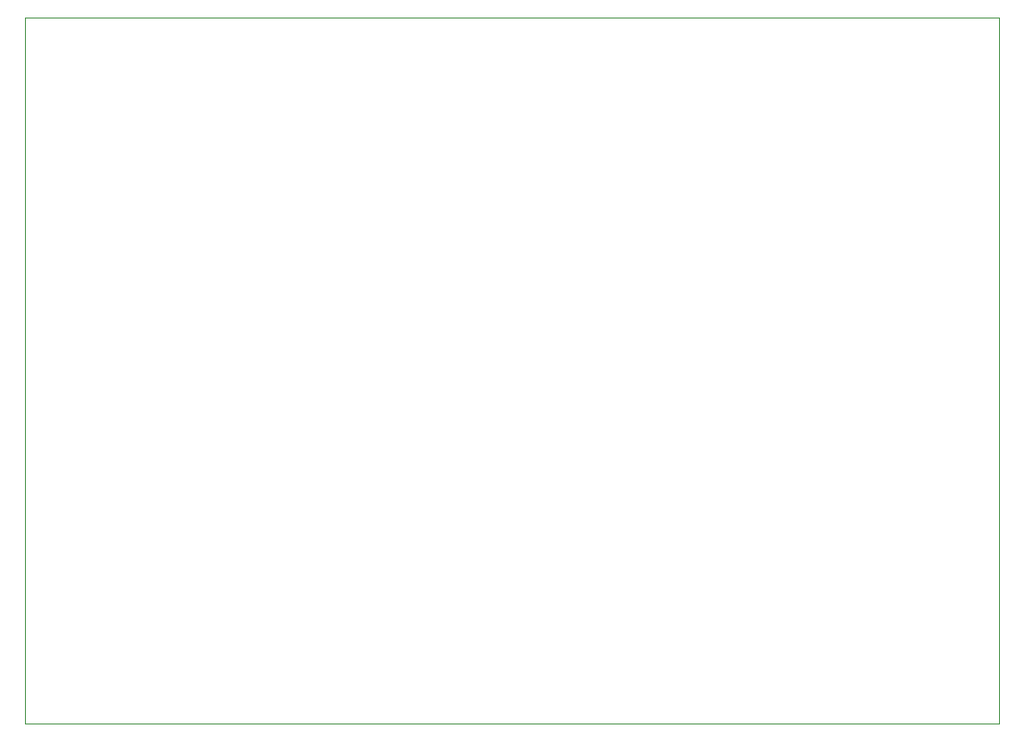
<source format=gbr>
%TF.GenerationSoftware,KiCad,Pcbnew,(6.0.7)*%
%TF.CreationDate,2022-12-05T15:03:58-06:00*%
%TF.ProjectId,oxPSB,6f785053-422e-46b6-9963-61645f706362,rev?*%
%TF.SameCoordinates,Original*%
%TF.FileFunction,Profile,NP*%
%FSLAX46Y46*%
G04 Gerber Fmt 4.6, Leading zero omitted, Abs format (unit mm)*
G04 Created by KiCad (PCBNEW (6.0.7)) date 2022-12-05 15:03:58*
%MOMM*%
%LPD*%
G01*
G04 APERTURE LIST*
%TA.AperFunction,Profile*%
%ADD10C,0.100000*%
%TD*%
G04 APERTURE END LIST*
D10*
X30403800Y-43815000D02*
X119583200Y-43815000D01*
X119583200Y-43815000D02*
X119583200Y-108508800D01*
X119583200Y-108508800D02*
X30403800Y-108508800D01*
X30403800Y-108508800D02*
X30403800Y-43815000D01*
M02*

</source>
